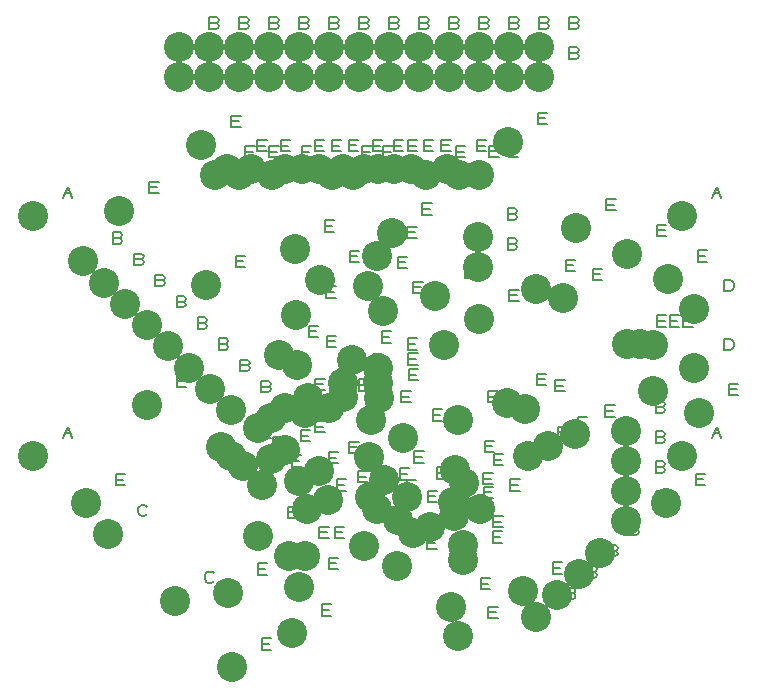
<source format=gbr>
G04 EasyPC Gerber Version 21.0.3 Build 4286 *
G04 #@! TF.Part,Single*
G04 #@! TF.FileFunction,Drillmap *
G04 #@! TF.FilePolarity,Positive *
%FSLAX35Y35*%
%MOIN*%
%ADD11C,0.00500*%
G04 #@! TA.AperFunction,WasherPad*
%ADD10C,0.10000*%
X0Y0D02*
D02*
D10*
X13250Y81050D03*
Y161050D03*
X29901Y145799D03*
X30750Y65250D03*
X36972Y138728D03*
X38165Y55035D03*
X41950Y162750D03*
X44043Y131657D03*
X51115Y124585D03*
X51250Y98050D03*
X58185Y117515D03*
X60439Y32761D03*
X62050Y207450D03*
Y217450D03*
X65257Y110443D03*
X69350Y184650D03*
X70750Y138050D03*
X72050Y207450D03*
Y217450D03*
X72328Y103372D03*
X74050Y174550D03*
X76050Y84050D03*
X77950Y176550D03*
X78150Y35450D03*
X79350Y81050D03*
X79399Y96301D03*
X79488Y10512D03*
X82050Y174550D03*
Y207450D03*
Y217450D03*
X83350Y77550D03*
X85750Y176550D03*
X88150Y54350D03*
X88250Y90450D03*
X89550Y71450D03*
X92050Y207450D03*
Y217450D03*
X92550Y79950D03*
Y93650D03*
X92850Y174550D03*
X95150Y114750D03*
X97150Y176550D03*
X97350Y82950D03*
Y97050D03*
X98650Y47650D03*
X99550Y21850D03*
X100550Y149850D03*
X100950Y127850D03*
X101250Y111350D03*
X101750Y37350D03*
Y72550D03*
X102050Y207450D03*
Y217450D03*
X102850Y176550D03*
X103750Y95350D03*
X103850Y47650D03*
X104450Y63450D03*
X105050Y100250D03*
X108550Y176650D03*
X108650Y76050D03*
X108887Y139650D03*
X111650Y66250D03*
X111850Y96850D03*
X112050Y207450D03*
Y217450D03*
X113050Y174550D03*
X116450Y100750D03*
Y105350D03*
X116550Y176550D03*
X119550Y112850D03*
X120050Y174550D03*
X122050Y207450D03*
Y217450D03*
X123550Y50950D03*
Y176550D03*
X124750Y137750D03*
X125350Y80650D03*
X125550Y67150D03*
X126050Y92950D03*
X127850Y63250D03*
X128050Y147650D03*
X128150Y110450D03*
X128250Y176550D03*
X128350Y105450D03*
X128450Y100250D03*
X129950Y129350D03*
X130350Y72850D03*
X132050Y207450D03*
Y217450D03*
X133050Y155450D03*
X133450Y176550D03*
X134650Y44150D03*
X134750Y59650D03*
X136450Y86850D03*
X137850Y67450D03*
X139350Y176650D03*
X139850Y55150D03*
X142050Y207450D03*
Y217450D03*
X144250Y174550D03*
X145550Y57250D03*
X147150Y134450D03*
X150350Y117850D03*
X151250Y176550D03*
X152050Y207450D03*
Y217450D03*
X152450Y30550D03*
X153350Y65550D03*
X153450Y61050D03*
X153750Y76350D03*
X154950Y21050D03*
Y92950D03*
X155350Y174750D03*
X156450Y46150D03*
X156650Y51250D03*
X156850Y71950D03*
X161450Y143850D03*
Y153850D03*
X161750Y174550D03*
X161950Y126650D03*
X162050Y207450D03*
Y217450D03*
X162350Y63450D03*
X171250Y98650D03*
X171550Y185750D03*
X172050Y207450D03*
Y217450D03*
X176550Y35850D03*
X177350Y96550D03*
X178250Y81050D03*
X180850Y136750D03*
X180937Y27437D03*
X182050Y207450D03*
Y217450D03*
X184850Y84250D03*
X188008Y34508D03*
X189750Y133650D03*
X193950Y88150D03*
X194350Y156950D03*
X195079Y41579D03*
X202150Y48650D03*
X210750Y59450D03*
Y69450D03*
Y79450D03*
Y89450D03*
X211250Y118150D03*
Y148350D03*
X215550Y118150D03*
X219950Y102750D03*
X220050Y118050D03*
X224150Y65350D03*
X224750Y139850D03*
X229550Y81050D03*
Y161050D03*
X233650Y110350D03*
Y129950D03*
X235250Y95350D03*
D02*
D11*
X23250Y86987D02*
X24813Y90737D01*
X26375Y86987*
X23875Y88550D02*
X25750D01*
X23250Y166987D02*
X24813Y170737D01*
X26375Y166987*
X23875Y168550D02*
X25750D01*
X42089Y153611D02*
X42714Y153299D01*
X43026Y152674*
X42714Y152049*
X42089Y151736*
X39901*
Y155486*
X42089*
X42714Y155174*
X43026Y154549*
X42714Y153924*
X42089Y153611*
X39901*
X40750Y71187D02*
Y74937D01*
X43875*
X43250Y73063D02*
X40750D01*
Y71187D02*
X43875D01*
X49160Y146540D02*
X49785Y146228D01*
X50098Y145603*
X49785Y144978*
X49160Y144665*
X46972*
Y148415*
X49160*
X49785Y148103*
X50098Y147478*
X49785Y146853*
X49160Y146540*
X46972*
X51290Y61598D02*
X50977Y61285D01*
X50352Y60973*
X49415*
X48790Y61285*
X48477Y61598*
X48165Y62223*
Y63473*
X48477Y64098*
X48790Y64411*
X49415Y64723*
X50352*
X50977Y64411*
X51290Y64098*
X51950Y168687D02*
Y172437D01*
X55075*
X54450Y170563D02*
X51950D01*
Y168687D02*
X55075D01*
X56231Y139469D02*
X56856Y139157D01*
X57169Y138532*
X56856Y137907*
X56231Y137594*
X54043*
Y141344*
X56231*
X56856Y141032*
X57169Y140407*
X56856Y139782*
X56231Y139469*
X54043*
X63302Y132398D02*
X63927Y132085D01*
X64240Y131461*
X63927Y130835*
X63302Y130523*
X61115*
Y134273*
X63302*
X63927Y133961*
X64240Y133335*
X63927Y132711*
X63302Y132398*
X61115*
X61250Y103987D02*
Y107737D01*
X64375*
X63750Y105863D02*
X61250D01*
Y103987D02*
X64375D01*
X70373Y125327D02*
X70998Y125015D01*
X71311Y124390*
X70998Y123765*
X70373Y123452*
X68185*
Y127202*
X70373*
X70998Y126890*
X71311Y126265*
X70998Y125640*
X70373Y125327*
X68185*
X73564Y39324D02*
X73251Y39011D01*
X72626Y38699*
X71689*
X71064Y39011*
X70751Y39324*
X70439Y39949*
Y41199*
X70751Y41824*
X71064Y42137*
X71689Y42449*
X72626*
X73251Y42137*
X73564Y41824*
X74237Y215263D02*
X74863Y214950D01*
X75175Y214325*
X74863Y213700*
X74237Y213387*
X72050*
Y217137*
X74237*
X74863Y216825*
X75175Y216200*
X74863Y215575*
X74237Y215263*
X72050*
X74237Y225263D02*
X74863Y224950D01*
X75175Y224325*
X74863Y223700*
X74237Y223387*
X72050*
Y227137*
X74237*
X74863Y226825*
X75175Y226200*
X74863Y225575*
X74237Y225263*
X72050*
X77444Y118256D02*
X78069Y117943D01*
X78382Y117319*
X78069Y116693*
X77444Y116381*
X75257*
Y120131*
X77444*
X78069Y119819*
X78382Y119193*
X78069Y118569*
X77444Y118256*
X75257*
X79350Y190587D02*
Y194337D01*
X82475*
X81850Y192463D02*
X79350D01*
Y190587D02*
X82475D01*
X80750Y143987D02*
Y147737D01*
X83875*
X83250Y145863D02*
X80750D01*
Y143987D02*
X83875D01*
X84237Y215263D02*
X84863Y214950D01*
X85175Y214325*
X84863Y213700*
X84237Y213387*
X82050*
Y217137*
X84237*
X84863Y216825*
X85175Y216200*
X84863Y215575*
X84237Y215263*
X82050*
X84237Y225263D02*
X84863Y224950D01*
X85175Y224325*
X84863Y223700*
X84237Y223387*
X82050*
Y227137*
X84237*
X84863Y226825*
X85175Y226200*
X84863Y225575*
X84237Y225263*
X82050*
X84515Y111185D02*
X85140Y110872D01*
X85453Y110248*
X85140Y109622*
X84515Y109310*
X82328*
Y113060*
X84515*
X85140Y112748*
X85453Y112122*
X85140Y111498*
X84515Y111185*
X82328*
X84050Y180487D02*
Y184237D01*
X87175*
X86550Y182363D02*
X84050D01*
Y180487D02*
X87175D01*
X86050Y89987D02*
Y93737D01*
X89175*
X88550Y91863D02*
X86050D01*
Y89987D02*
X89175D01*
X87950Y182487D02*
Y186237D01*
X91075*
X90450Y184363D02*
X87950D01*
Y182487D02*
X91075D01*
X88150Y41387D02*
Y45137D01*
X91275*
X90650Y43263D02*
X88150D01*
Y41387D02*
X91275D01*
X89350Y86987D02*
Y90737D01*
X92475*
X91850Y88863D02*
X89350D01*
Y86987D02*
X92475D01*
X91586Y104114D02*
X92211Y103801D01*
X92524Y103176*
X92211Y102551*
X91586Y102239*
X89399*
Y105989*
X91586*
X92211Y105676*
X92524Y105051*
X92211Y104426*
X91586Y104114*
X89399*
X89488Y16450D02*
Y20200D01*
X92613*
X91988Y18325D02*
X89488D01*
Y16450D02*
X92613D01*
X92050Y180487D02*
Y184237D01*
X95175*
X94550Y182363D02*
X92050D01*
Y180487D02*
X95175D01*
X94237Y215263D02*
X94863Y214950D01*
X95175Y214325*
X94863Y213700*
X94237Y213387*
X92050*
Y217137*
X94237*
X94863Y216825*
X95175Y216200*
X94863Y215575*
X94237Y215263*
X92050*
X94237Y225263D02*
X94863Y224950D01*
X95175Y224325*
X94863Y223700*
X94237Y223387*
X92050*
Y227137*
X94237*
X94863Y226825*
X95175Y226200*
X94863Y225575*
X94237Y225263*
X92050*
X93350Y83487D02*
Y87237D01*
X96475*
X95850Y85363D02*
X93350D01*
Y83487D02*
X96475D01*
X95750Y182487D02*
Y186237D01*
X98875*
X98250Y184363D02*
X95750D01*
Y182487D02*
X98875D01*
X98150Y60287D02*
Y64037D01*
X101275*
X100650Y62163D02*
X98150D01*
Y60287D02*
X101275D01*
X98250Y96387D02*
Y100137D01*
X101375*
X100750Y98263D02*
X98250D01*
Y96387D02*
X101375D01*
X99550Y77387D02*
Y81137D01*
X102675*
X102050Y79263D02*
X99550D01*
Y77387D02*
X102675D01*
X104237Y215263D02*
X104863Y214950D01*
X105175Y214325*
X104863Y213700*
X104237Y213387*
X102050*
Y217137*
X104237*
X104863Y216825*
X105175Y216200*
X104863Y215575*
X104237Y215263*
X102050*
X104237Y225263D02*
X104863Y224950D01*
X105175Y224325*
X104863Y223700*
X104237Y223387*
X102050*
Y227137*
X104237*
X104863Y226825*
X105175Y226200*
X104863Y225575*
X104237Y225263*
X102050*
X102550Y85887D02*
Y89637D01*
X105675*
X105050Y87763D02*
X102550D01*
Y85887D02*
X105675D01*
X102550Y99587D02*
Y103337D01*
X105675*
X105050Y101463D02*
X102550D01*
Y99587D02*
X105675D01*
X102850Y180487D02*
Y184237D01*
X105975*
X105350Y182363D02*
X102850D01*
Y180487D02*
X105975D01*
X105150Y120687D02*
Y124437D01*
X108275*
X107650Y122563D02*
X105150D01*
Y120687D02*
X108275D01*
X107150Y182487D02*
Y186237D01*
X110275*
X109650Y184363D02*
X107150D01*
Y182487D02*
X110275D01*
X107350Y88887D02*
Y92637D01*
X110475*
X109850Y90763D02*
X107350D01*
Y88887D02*
X110475D01*
X107350Y102987D02*
Y106737D01*
X110475*
X109850Y104863D02*
X107350D01*
Y102987D02*
X110475D01*
X108650Y53587D02*
Y57337D01*
X111775*
X111150Y55463D02*
X108650D01*
Y53587D02*
X111775D01*
X109550Y27787D02*
Y31537D01*
X112675*
X112050Y29663D02*
X109550D01*
Y27787D02*
X112675D01*
X110550Y155787D02*
Y159537D01*
X113675*
X113050Y157663D02*
X110550D01*
Y155787D02*
X113675D01*
X110950Y133787D02*
Y137537D01*
X114075*
X113450Y135663D02*
X110950D01*
Y133787D02*
X114075D01*
X111250Y117287D02*
Y121037D01*
X114375*
X113750Y119163D02*
X111250D01*
Y117287D02*
X114375D01*
X111750Y43287D02*
Y47037D01*
X114875*
X114250Y45163D02*
X111750D01*
Y43287D02*
X114875D01*
X111750Y78487D02*
Y82237D01*
X114875*
X114250Y80363D02*
X111750D01*
Y78487D02*
X114875D01*
X114237Y215263D02*
X114863Y214950D01*
X115175Y214325*
X114863Y213700*
X114237Y213387*
X112050*
Y217137*
X114237*
X114863Y216825*
X115175Y216200*
X114863Y215575*
X114237Y215263*
X112050*
X114237Y225263D02*
X114863Y224950D01*
X115175Y224325*
X114863Y223700*
X114237Y223387*
X112050*
Y227137*
X114237*
X114863Y226825*
X115175Y226200*
X114863Y225575*
X114237Y225263*
X112050*
X112850Y182487D02*
Y186237D01*
X115975*
X115350Y184363D02*
X112850D01*
Y182487D02*
X115975D01*
X113750Y101287D02*
Y105037D01*
X116875*
X116250Y103163D02*
X113750D01*
Y101287D02*
X116875D01*
X113850Y53587D02*
Y57337D01*
X116975*
X116350Y55463D02*
X113850D01*
Y53587D02*
X116975D01*
X114450Y69387D02*
Y73137D01*
X117575*
X116950Y71263D02*
X114450D01*
Y69387D02*
X117575D01*
X115050Y106187D02*
Y109937D01*
X118175*
X117550Y108063D02*
X115050D01*
Y106187D02*
X118175D01*
X118550Y182587D02*
Y186337D01*
X121675*
X121050Y184463D02*
X118550D01*
Y182587D02*
X121675D01*
X118650Y81987D02*
Y85737D01*
X121775*
X121150Y83863D02*
X118650D01*
Y81987D02*
X121775D01*
X118887Y145587D02*
Y149337D01*
X122012*
X121387Y147463D02*
X118887D01*
Y145587D02*
X122012D01*
X121650Y72187D02*
Y75937D01*
X124775*
X124150Y74063D02*
X121650D01*
Y72187D02*
X124775D01*
X121850Y102787D02*
Y106537D01*
X124975*
X124350Y104663D02*
X121850D01*
Y102787D02*
X124975D01*
X124237Y215263D02*
X124863Y214950D01*
X125175Y214325*
X124863Y213700*
X124237Y213387*
X122050*
Y217137*
X124237*
X124863Y216825*
X125175Y216200*
X124863Y215575*
X124237Y215263*
X122050*
X124237Y225263D02*
X124863Y224950D01*
X125175Y224325*
X124863Y223700*
X124237Y223387*
X122050*
Y227137*
X124237*
X124863Y226825*
X125175Y226200*
X124863Y225575*
X124237Y225263*
X122050*
X123050Y180487D02*
Y184237D01*
X126175*
X125550Y182363D02*
X123050D01*
Y180487D02*
X126175D01*
X126450Y106687D02*
Y110437D01*
X129575*
X128950Y108563D02*
X126450D01*
Y106687D02*
X129575D01*
X126450Y111287D02*
Y115037D01*
X129575*
X128950Y113163D02*
X126450D01*
Y111287D02*
X129575D01*
X126550Y182487D02*
Y186237D01*
X129675*
X129050Y184363D02*
X126550D01*
Y182487D02*
X129675D01*
X129550Y118787D02*
Y122537D01*
X132675*
X132050Y120663D02*
X129550D01*
Y118787D02*
X132675D01*
X130050Y180487D02*
Y184237D01*
X133175*
X132550Y182363D02*
X130050D01*
Y180487D02*
X133175D01*
X134237Y215263D02*
X134863Y214950D01*
X135175Y214325*
X134863Y213700*
X134237Y213387*
X132050*
Y217137*
X134237*
X134863Y216825*
X135175Y216200*
X134863Y215575*
X134237Y215263*
X132050*
X134237Y225263D02*
X134863Y224950D01*
X135175Y224325*
X134863Y223700*
X134237Y223387*
X132050*
Y227137*
X134237*
X134863Y226825*
X135175Y226200*
X134863Y225575*
X134237Y225263*
X132050*
X133550Y56887D02*
Y60637D01*
X136675*
X136050Y58763D02*
X133550D01*
Y56887D02*
X136675D01*
X133550Y182487D02*
Y186237D01*
X136675*
X136050Y184363D02*
X133550D01*
Y182487D02*
X136675D01*
X134750Y143687D02*
Y147437D01*
X137875*
X137250Y145563D02*
X134750D01*
Y143687D02*
X137875D01*
X135350Y86587D02*
Y90337D01*
X138475*
X137850Y88463D02*
X135350D01*
Y86587D02*
X138475D01*
X135550Y73087D02*
Y76837D01*
X138675*
X138050Y74963D02*
X135550D01*
Y73087D02*
X138675D01*
X136050Y98887D02*
Y102637D01*
X139175*
X138550Y100763D02*
X136050D01*
Y98887D02*
X139175D01*
X137850Y69187D02*
Y72937D01*
X140975*
X140350Y71063D02*
X137850D01*
Y69187D02*
X140975D01*
X138050Y153587D02*
Y157337D01*
X141175*
X140550Y155463D02*
X138050D01*
Y153587D02*
X141175D01*
X138150Y116387D02*
Y120137D01*
X141275*
X140650Y118263D02*
X138150D01*
Y116387D02*
X141275D01*
X138250Y182487D02*
Y186237D01*
X141375*
X140750Y184363D02*
X138250D01*
Y182487D02*
X141375D01*
X138350Y111387D02*
Y115137D01*
X141475*
X140850Y113263D02*
X138350D01*
Y111387D02*
X141475D01*
X138450Y106187D02*
Y109937D01*
X141575*
X140950Y108063D02*
X138450D01*
Y106187D02*
X141575D01*
X139950Y135287D02*
Y139037D01*
X143075*
X142450Y137163D02*
X139950D01*
Y135287D02*
X143075D01*
X140350Y78787D02*
Y82537D01*
X143475*
X142850Y80663D02*
X140350D01*
Y78787D02*
X143475D01*
X144237Y215263D02*
X144863Y214950D01*
X145175Y214325*
X144863Y213700*
X144237Y213387*
X142050*
Y217137*
X144237*
X144863Y216825*
X145175Y216200*
X144863Y215575*
X144237Y215263*
X142050*
X144237Y225263D02*
X144863Y224950D01*
X145175Y224325*
X144863Y223700*
X144237Y223387*
X142050*
Y227137*
X144237*
X144863Y226825*
X145175Y226200*
X144863Y225575*
X144237Y225263*
X142050*
X143050Y161387D02*
Y165137D01*
X146175*
X145550Y163263D02*
X143050D01*
Y161387D02*
X146175D01*
X143450Y182487D02*
Y186237D01*
X146575*
X145950Y184363D02*
X143450D01*
Y182487D02*
X146575D01*
X144650Y50087D02*
Y53837D01*
X147775*
X147150Y51963D02*
X144650D01*
Y50087D02*
X147775D01*
X144750Y65587D02*
Y69337D01*
X147875*
X147250Y67463D02*
X144750D01*
Y65587D02*
X147875D01*
X146450Y92787D02*
Y96537D01*
X149575*
X148950Y94663D02*
X146450D01*
Y92787D02*
X149575D01*
X147850Y73387D02*
Y77137D01*
X150975*
X150350Y75263D02*
X147850D01*
Y73387D02*
X150975D01*
X149350Y182587D02*
Y186337D01*
X152475*
X151850Y184463D02*
X149350D01*
Y182587D02*
X152475D01*
X149850Y61087D02*
Y64837D01*
X152975*
X152350Y62963D02*
X149850D01*
Y61087D02*
X152975D01*
X154237Y215263D02*
X154863Y214950D01*
X155175Y214325*
X154863Y213700*
X154237Y213387*
X152050*
Y217137*
X154237*
X154863Y216825*
X155175Y216200*
X154863Y215575*
X154237Y215263*
X152050*
X154237Y225263D02*
X154863Y224950D01*
X155175Y224325*
X154863Y223700*
X154237Y223387*
X152050*
Y227137*
X154237*
X154863Y226825*
X155175Y226200*
X154863Y225575*
X154237Y225263*
X152050*
X154250Y180487D02*
Y184237D01*
X157375*
X156750Y182363D02*
X154250D01*
Y180487D02*
X157375D01*
X155550Y63187D02*
Y66937D01*
X158675*
X158050Y65063D02*
X155550D01*
Y63187D02*
X158675D01*
X157150Y140387D02*
Y144137D01*
X160275*
X159650Y142263D02*
X157150D01*
Y140387D02*
X160275D01*
X160350Y123787D02*
Y127537D01*
X163475*
X162850Y125663D02*
X160350D01*
Y123787D02*
X163475D01*
X161250Y182487D02*
Y186237D01*
X164375*
X163750Y184363D02*
X161250D01*
Y182487D02*
X164375D01*
X164237Y215263D02*
X164863Y214950D01*
X165175Y214325*
X164863Y213700*
X164237Y213387*
X162050*
Y217137*
X164237*
X164863Y216825*
X165175Y216200*
X164863Y215575*
X164237Y215263*
X162050*
X164237Y225263D02*
X164863Y224950D01*
X165175Y224325*
X164863Y223700*
X164237Y223387*
X162050*
Y227137*
X164237*
X164863Y226825*
X165175Y226200*
X164863Y225575*
X164237Y225263*
X162050*
X162450Y36487D02*
Y40237D01*
X165575*
X164950Y38363D02*
X162450D01*
Y36487D02*
X165575D01*
X163350Y71487D02*
Y75237D01*
X166475*
X165850Y73363D02*
X163350D01*
Y71487D02*
X166475D01*
X163450Y66987D02*
Y70737D01*
X166575*
X165950Y68863D02*
X163450D01*
Y66987D02*
X166575D01*
X163750Y82287D02*
Y86037D01*
X166875*
X166250Y84163D02*
X163750D01*
Y82287D02*
X166875D01*
X164950Y26987D02*
Y30737D01*
X168075*
X167450Y28863D02*
X164950D01*
Y26987D02*
X168075D01*
X164950Y98887D02*
Y102637D01*
X168075*
X167450Y100763D02*
X164950D01*
Y98887D02*
X168075D01*
X165350Y180687D02*
Y184437D01*
X168475*
X167850Y182563D02*
X165350D01*
Y180687D02*
X168475D01*
X166450Y52087D02*
Y55837D01*
X169575*
X168950Y53963D02*
X166450D01*
Y52087D02*
X169575D01*
X166650Y57187D02*
Y60937D01*
X169775*
X169150Y59063D02*
X166650D01*
Y57187D02*
X169775D01*
X166850Y77887D02*
Y81637D01*
X169975*
X169350Y79763D02*
X166850D01*
Y77887D02*
X169975D01*
X173637Y151663D02*
X174263Y151350D01*
X174575Y150725*
X174263Y150100*
X173637Y149787*
X171450*
Y153537*
X173637*
X174263Y153225*
X174575Y152600*
X174263Y151975*
X173637Y151663*
X171450*
X173637Y161663D02*
X174263Y161350D01*
X174575Y160725*
X174263Y160100*
X173637Y159787*
X171450*
Y163537*
X173637*
X174263Y163225*
X174575Y162600*
X174263Y161975*
X173637Y161663*
X171450*
X171750Y180487D02*
Y184237D01*
X174875*
X174250Y182363D02*
X171750D01*
Y180487D02*
X174875D01*
X171950Y132587D02*
Y136337D01*
X175075*
X174450Y134463D02*
X171950D01*
Y132587D02*
X175075D01*
X174237Y215263D02*
X174863Y214950D01*
X175175Y214325*
X174863Y213700*
X174237Y213387*
X172050*
Y217137*
X174237*
X174863Y216825*
X175175Y216200*
X174863Y215575*
X174237Y215263*
X172050*
X174237Y225263D02*
X174863Y224950D01*
X175175Y224325*
X174863Y223700*
X174237Y223387*
X172050*
Y227137*
X174237*
X174863Y226825*
X175175Y226200*
X174863Y225575*
X174237Y225263*
X172050*
X172350Y69387D02*
Y73137D01*
X175475*
X174850Y71263D02*
X172350D01*
Y69387D02*
X175475D01*
X181250Y104587D02*
Y108337D01*
X184375*
X183750Y106463D02*
X181250D01*
Y104587D02*
X184375D01*
X181550Y191687D02*
Y195437D01*
X184675*
X184050Y193563D02*
X181550D01*
Y191687D02*
X184675D01*
X184237Y215263D02*
X184863Y214950D01*
X185175Y214325*
X184863Y213700*
X184237Y213387*
X182050*
Y217137*
X184237*
X184863Y216825*
X185175Y216200*
X184863Y215575*
X184237Y215263*
X182050*
X184237Y225263D02*
X184863Y224950D01*
X185175Y224325*
X184863Y223700*
X184237Y223387*
X182050*
Y227137*
X184237*
X184863Y226825*
X185175Y226200*
X184863Y225575*
X184237Y225263*
X182050*
X186550Y41787D02*
Y45537D01*
X189675*
X189050Y43663D02*
X186550D01*
Y41787D02*
X189675D01*
X187350Y102487D02*
Y106237D01*
X190475*
X189850Y104363D02*
X187350D01*
Y102487D02*
X190475D01*
X188250Y86987D02*
Y90737D01*
X191375*
X190750Y88863D02*
X188250D01*
Y86987D02*
X191375D01*
X190850Y142687D02*
Y146437D01*
X193975*
X193350Y144563D02*
X190850D01*
Y142687D02*
X193975D01*
X193124Y35249D02*
X193749Y34937D01*
X194062Y34312*
X193749Y33687*
X193124Y33374*
X190937*
Y37124*
X193124*
X193749Y36812*
X194062Y36187*
X193749Y35562*
X193124Y35249*
X190937*
X194237Y215263D02*
X194863Y214950D01*
X195175Y214325*
X194863Y213700*
X194237Y213387*
X192050*
Y217137*
X194237*
X194863Y216825*
X195175Y216200*
X194863Y215575*
X194237Y215263*
X192050*
X194237Y225263D02*
X194863Y224950D01*
X195175Y224325*
X194863Y223700*
X194237Y223387*
X192050*
Y227137*
X194237*
X194863Y226825*
X195175Y226200*
X194863Y225575*
X194237Y225263*
X192050*
X194850Y90187D02*
Y93937D01*
X197975*
X197350Y92063D02*
X194850D01*
Y90187D02*
X197975D01*
X200195Y42320D02*
X200820Y42008D01*
X201133Y41383*
X200820Y40758*
X200195Y40445*
X198008*
Y44195*
X200195*
X200820Y43883*
X201133Y43258*
X200820Y42633*
X200195Y42320*
X198008*
X199750Y139587D02*
Y143337D01*
X202875*
X202250Y141463D02*
X199750D01*
Y139587D02*
X202875D01*
X203950Y94087D02*
Y97837D01*
X207075*
X206450Y95963D02*
X203950D01*
Y94087D02*
X207075D01*
X204350Y162887D02*
Y166637D01*
X207475*
X206850Y164763D02*
X204350D01*
Y162887D02*
X207475D01*
X207266Y49391D02*
X207891Y49079D01*
X208204Y48454*
X207891Y47829*
X207266Y47516*
X205079*
Y51266*
X207266*
X207891Y50954*
X208204Y50329*
X207891Y49704*
X207266Y49391*
X205079*
X214337Y56463D02*
X214963Y56150D01*
X215275Y55525*
X214963Y54900*
X214337Y54587*
X212150*
Y58337*
X214337*
X214963Y58025*
X215275Y57400*
X214963Y56775*
X214337Y56463*
X212150*
X222937Y67263D02*
X223563Y66950D01*
X223875Y66325*
X223563Y65700*
X222937Y65387*
X220750*
Y69137*
X222937*
X223563Y68825*
X223875Y68200*
X223563Y67575*
X222937Y67263*
X220750*
X222937Y77263D02*
X223563Y76950D01*
X223875Y76325*
X223563Y75700*
X222937Y75387*
X220750*
Y79137*
X222937*
X223563Y78825*
X223875Y78200*
X223563Y77575*
X222937Y77263*
X220750*
X222937Y87263D02*
X223563Y86950D01*
X223875Y86325*
X223563Y85700*
X222937Y85387*
X220750*
Y89137*
X222937*
X223563Y88825*
X223875Y88200*
X223563Y87575*
X222937Y87263*
X220750*
X222937Y97263D02*
X223563Y96950D01*
X223875Y96325*
X223563Y95700*
X222937Y95387*
X220750*
Y99137*
X222937*
X223563Y98825*
X223875Y98200*
X223563Y97575*
X222937Y97263*
X220750*
X221250Y124087D02*
Y127837D01*
X224375*
X223750Y125963D02*
X221250D01*
Y124087D02*
X224375D01*
X221250Y154287D02*
Y158037D01*
X224375*
X223750Y156163D02*
X221250D01*
Y154287D02*
X224375D01*
X225550Y124087D02*
Y127837D01*
X228675*
X228050Y125963D02*
X225550D01*
Y124087D02*
X228675D01*
X229950Y108687D02*
Y112437D01*
X233075*
X232450Y110563D02*
X229950D01*
Y108687D02*
X233075D01*
X230050Y123987D02*
Y127737D01*
X233175*
X232550Y125863D02*
X230050D01*
Y123987D02*
X233175D01*
X234150Y71287D02*
Y75037D01*
X237275*
X236650Y73163D02*
X234150D01*
Y71287D02*
X237275D01*
X234750Y145787D02*
Y149537D01*
X237875*
X237250Y147663D02*
X234750D01*
Y145787D02*
X237875D01*
X239550Y86987D02*
X241113Y90737D01*
X242675Y86987*
X240175Y88550D02*
X242050D01*
X239550Y166987D02*
X241113Y170737D01*
X242675Y166987*
X240175Y168550D02*
X242050D01*
X243650Y116287D02*
Y120037D01*
X245525*
X246150Y119725*
X246463Y119413*
X246775Y118787*
Y117537*
X246463Y116913*
X246150Y116600*
X245525Y116287*
X243650*
Y135887D02*
Y139637D01*
X245525*
X246150Y139325*
X246463Y139013*
X246775Y138387*
Y137137*
X246463Y136513*
X246150Y136200*
X245525Y135887*
X243650*
X245250Y101287D02*
Y105037D01*
X248375*
X247750Y103163D02*
X245250D01*
Y101287D02*
X248375D01*
X0Y0D02*
M02*

</source>
